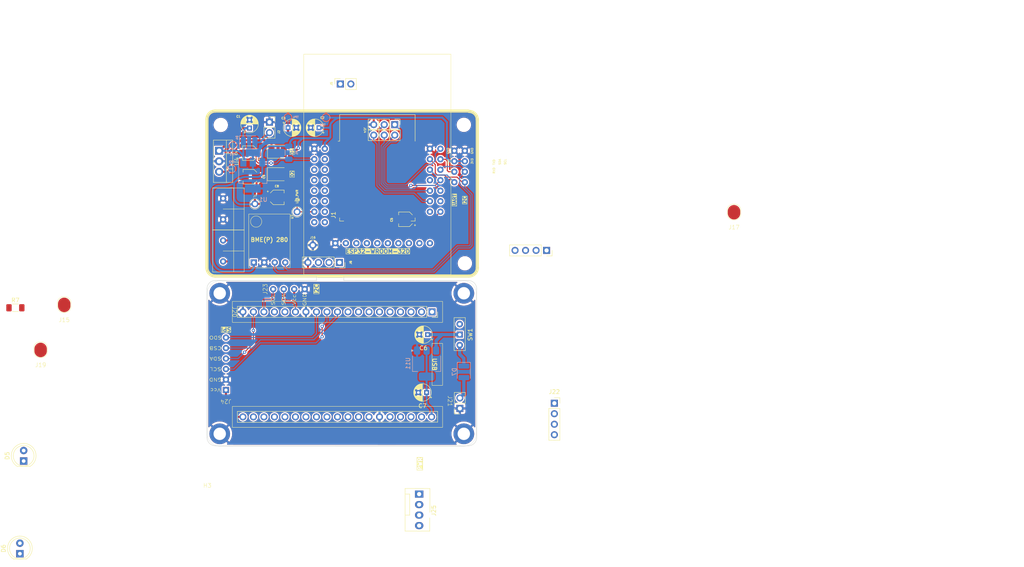
<source format=kicad_pcb>
(kicad_pcb (version 20240108) (generator "pcbnew") (generator_version "8.0")
  (layers (0 "F.Cu" signal) (31 "B.Cu" signal) (34 "B.Paste" user) (35 "F.Paste" user) (36 "B.SilkS" user "B.Silkscreen") (37 "F.SilkS" user "F.Silkscreen") (38 "B.Mask" user) (39 "F.Mask" user) (44 "Edge.Cuts" user))
  (net 0 "")
  (net 1 "GND")
  (net 2 "+3V3")
  (net 3 "+5V")
  (net 4 "/RXD")
  (net 5 "/TXD")
  (net 6 "/SDA")
  (net 7 "/GPIO_33")
  (net 8 "/SCL")
  (net 9 "/OUT3")
  (net 10 "/EN")
  (net 11 "/SOURCE2")
  (net 12 "/SOURCE1")
  (net 13 "/SOURCE3")
  (net 14 "/VDC")
  (net 15 "/DAC1")
  (net 16 "/DAC2")
  (net 17 "/GPIO39")
  (net 18 "/GPIO19")
  (net 19 "/GPIO17")
  (net 20 "/GPIO5")
  (net 21 "/GPIO18")
  (net 22 "/SD_DATA0")
  (net 23 "/ADC2_CH3")
  (net 24 "/SD_DATA3")
  (net 25 "/SD_CMD")
  (net 26 "/SD_CLK")
  (net 27 "/SD_DATA2")
  (net 28 "/SD_DATA1")
  (net 29 "/ADC2_CH0")
  (net 30 "/GPIO23")
  (net 31 "/GPIO36")
  (net 32 "/ADC2_CH2")
  (net 33 "/BOOT")
  (net 34 "/GPIO13")
  (net 35 "/SOURCE4")
  (net 36 "/SOURCE5")
  (net 37 "/SIPO_DATA")
  (net 38 "/SIPO_CLK")
  (net 39 "/SIPO_LATCH")
  (net 40 "/GPIO14")
  (net 41 "/OUT1")
  (net 42 "/VIN")
  (net 43 "Net-(D5-Pad1)")
  (net 44 "Net-(J15-Pin_1)")
  (net 45 "Net-(J19-Pin_1)")
  (net 46 "/OUT2")
  (net 58 "/ESP32-WROOM-32U Node/VIN")
  (net 63 "/ESP32-WROOM-32U Node/VDC")
  (net 74 "/ESP32-WROOM-32U Node/SPI-SDO")
  (net 75 "/ESP32-WROOM-32U Node/TX")
  (net 76 "Net-(D7-A)")
  (net 77 "/ESP32-WROOM-32U Node/SDA-2")
  (net 78 "/ESP32-WROOM-32U Node/SPI-CSB")
  (net 79 "/ESP32-WROOM-32U Node/SPI-SCL")
  (net 80 "/ESP32-WROOM-32U Node/SCL-2")
  (net 81 "/ESP32-WROOM-32U Node/RX")
  (net 82 "/ESP32-WROOM-32U Node/SPI-SDA")
  (net 84 "/ESP32-WROOM-32U Node/12V")
  (footprint "Capacitor_THT:CP_Radial_D4.0mm_P2.00mm" (layer "F.Cu") (at 107 44.2 180)
    (property "Reference" "C2")
    (property "Value" "1uF")
  )
  (footprint "LED_SMD:LED_1210_3225Metric_Pad1.42x2.65mm_HandSolder" (layer "F.Cu") (at 97 55.45)
    (property "Reference" "D2")
    (property "Value" "STATUS")
  )
  (footprint "Alexander Footprint Library:Board_65-40" (layer "F.Cu") (at 80 131.25)
    (property "Reference" "H3")
    (property "Value" "Project_Box_Board_65x40")
    (fp_line (start 0 -13) (end 0 -47) (stroke (width 0.05)) (layer "Edge.Cuts"))
    (fp_line (start 3 -50) (end 62 -50) (stroke (width 0.05)) (layer "Edge.Cuts"))
    (fp_line (start 62 -10) (end 3 -10) (stroke (width 0.05)) (layer "Edge.Cuts"))
    (fp_line (start 65 -47) (end 65 -13) (stroke (width 0.05)) (layer "Edge.Cuts"))
    (fp_arc (start 0 -47) (mid 0.87868 -49.12132) (end 3 -50) (stroke (width 0.05)) (layer "Edge.Cuts"))
    (fp_arc (start 3 -10) (mid 0.87868 -10.87868) (end 0 -13) (stroke (width 0.05)) (layer "Edge.Cuts"))
    (fp_arc (start 62 -50) (mid 64.12132 -49.12132) (end 65 -47) (stroke (width 0.05)) (layer "Edge.Cuts"))
    (fp_arc (start 65 -13) (mid 64.12132 -10.87868) (end 62 -10) (stroke (width 0.05)) (layer "Edge.Cuts"))
  )
  (footprint "Capacitor_SMD:CP_Elec_3x5.3" (layer "F.Cu") (at 90.3 50.35 180)
    (property "Reference" "C4")
    (property "Value" "0.1uF")
  )
  (footprint "Resistor_SMD:R_1206_3216Metric_Pad1.30x1.75mm_HandSolder" (layer "F.Cu") (at 33.612 87.7585)
    (property "Reference" "R7")
    (property "Value" "4K7")
  )
  (footprint "LED_THT:LED_D5.0mm" (layer "F.Cu") (at 34.7 147.25 90)
    (property "Reference" "D6")
    (property "Value" "LED_STATUS")
  )
  (footprint "Connector_PinSocket_2.54mm:PinSocket_1x04_P2.54mm_Vertical" (layer "F.Cu") (at 163.88 110.85)
    (property "Reference" "J22")
    (property "Value" "PWR_SATA_Conn_01x04")
  )
  (footprint "Alexander Footprint Library:Pad_1x01_P2.54_SMD" (layer "F.Cu") (at 39.712 102.098)
    (property "Reference" "J19")
    (property "Value" "LED_PWR")
  )
  (footprint "Alexanddr Footprints Library:ESP32-WROOM-Adapter-Socket-2" (layer "F.Cu") (at 121.1 56.9025)
    (property "Reference" "J1")
    (property "Value" "~")
  )
  (footprint "Alexander Footprint Library:Pad_1x01_P2.54_SMD" (layer "F.Cu") (at 45.412 91.198)
    (property "Reference" "J15")
    (property "Value" "LED_PWR")
  )
  (footprint "MountingHole:MountingHole_3mm" (layer "F.Cu") (at 142 43.5)
    (property "Reference" "H1" (hide yes))
    (property "Value" "MountingHole_Pad")
  )
  (footprint "MountingHole:MountingHole_3mm" (layer "F.Cu") (at 83.25 43.53)
    (property "Reference" "H2" (hide yes))
    (property "Value" "MountingHole_Pad")
  )
  (footprint "Alexander Footprints Library:Conn_Terminal_5mm" (layer "F.Cu") (at 83.82 53.69)
    (property "Reference" "J9" (hide yes))
    (property "Value" "Conn_01x02_Socket")
  )
  (footprint "Alexander Footprint Library:Pad_1x01_P2.54_SMD" (layer "F.Cu") (at 207.3 68.7895)
    (property "Reference" "J17")
    (property "Value" "GND")
  )
  (footprint "Connector:FanPinHeader_1x04_P2.54mm_Vertical" (layer "F.Cu") (at 131.2 132.83 -90)
    (property "Reference" "J25")
    (property "Value" "Conn_01x04_Pin")
  )
  (footprint "Capacitor_SMD:CP_Elec_3x5.3" (layer "F.Cu") (at 90.4 56.05 180)
    (property "Reference" "C9")
    (property "Value" "0.1uF")
  )
  (footprint "Capacitor_THT:CP_Radial_D4.0mm_P2.00mm" (layer "F.Cu") (at 133.25 94.25 180)
    (property "Reference" "C6")
    (property "Value" "1uF")
  )
  (footprint "Alexander Footprint Library:PinSocket_1x01_P2.54" (layer "F.Cu") (at 91.5 65.19)
    (property "Reference" "J7")
    (property "Value" "LED_PWR")
  )
  (footprint "Alexander Footprint Library:Conn_SPI" (layer "F.Cu") (at 84.5 112.74 180)
    (property "Reference" "J24")
    (property "Value" "~")
  )
  (footprint "Connector_PinSocket_2.54mm:PinSocket_1x02_P2.54mm_Vertical" (layer "F.Cu") (at 95.025 42.85)
    (property "Reference" "J2")
    (property "Value" "PWR")
  )
  (footprint "Connector_PinSocket_2.54mm:PinSocket_1x04_P2.54mm_Vertical" (layer "F.Cu") (at 111.94 76.8 -90)
    (property "Reference" "J6")
    (property "Value" "SOURCE")
  )
  (footprint "Connector_PinSocket_2.54mm:PinSocket_1x04_P2.54mm_Vertical" (layer "F.Cu") (at 162 73.875 -90)
    (property "Reference" "J10" (hide yes))
    (property "Value" "ADC")
  )
  (footprint "Capacitor_SMD:CP_Elec_3x5.3" (layer "F.Cu") (at 128 66.35 180)
    (property "Reference" "C5")
    (property "Value" "0.1uF")
  )
  (footprint "Alexander Footprint Library:PinSocket_1x02_P2.54" (layer "F.Cu") (at 142.25 107 180)
    (property "Reference" "J21")
    (property "Value" "PWR")
  )
  (footprint "Capacitor_THT:CP_Radial_D4.0mm_P2.00mm" (layer "F.Cu") (at 99.5 44.2)
    (property "Reference" "C3")
    (property "Value" "1uF")
  )
  (footprint "Alexander Footprint Library:Conn_ESP32_WROOM-DevKit-38pins" (layer "F.Cu") (at 86.06 88.75 -90)
    (property "Reference" "J20")
    (property "Value" "~")
  )
  (footprint "Capacitor_SMD:CP_Elec_3x5.3" (layer "F.Cu") (at 96.8 61.05)
    (property "Reference" "C8")
    (property "Value" "10uF")
  )
  (footprint "Alexander Footprint Library:PinSocket_1x01_P2.54" (layer "F.Cu") (at 101.7 67.12)
    (property "Reference" "J18")
    (property "Value" "LED_PWR")
  )
  (footprint "Alexander Footprint Library:Conn_I2C" (layer "F.Cu") (at 111.16 83.25 -90)
    (property "Reference" "J23")
    (property "Value" "I2C")
  )
  (footprint "Connector_PinSocket_2.54mm:PinSocket_1x02_P2.54mm_Vertical" (layer "F.Cu") (at 112.15 33.625 90)
    (property "Reference" "J5")
    (property "Value" "DAC")
  )
  (footprint "Alexander Footprint Library:CONN_2x3" (layer "F.Cu") (at 130.38 43.45 -90)
    (property "Reference" "J14")
    (property "Value" "GPIO")
  )
  (footprint "Alexander Footprints Library:Conn_UART" (layer "F.Cu") (at 139.7 42.15)
    (property "Reference" "J3" (hide yes))
    (property "Value" "UART")
  )
  (footprint "Alexander Footprint Library:SW_Slide-03_7.3x2.5x2.5_P2.54mm" (layer "F.Cu") (at 141 94.25 -90)
    (property "Reference" "SW1")
    (property "Value" "SW_SPDT")
  )
  (footprint "Alexander Footprint Library:PinSocket_1x01_P2.54" (layer "F.Cu") (at 105.5 75.19)
    (property "Reference" "J16")
    (property "Value" "GND")
  )
  (footprint "Capacitor_THT:CP_Radial_D4.0mm_P2.00mm" (layer "F.Cu") (at 90.2 44.3 90)
    (property "Reference" "C1")
    (property "Value" "1uF")
  )
  (footprint "Alexander Footprint Library:BME280_BMP280_I2C" (layer "F.Cu") (at 90 78.1 90)
    (property "Reference" "U7")
    (property "Value" "BME(P)280")
  )
  (footprint "Capacitor_THT:CP_Radial_D4.0mm_P2.00mm" (layer "F.Cu") (at 133 108.25 180)
    (property "Reference" "C7")
    (property "Value" "1uF")
  )
  (footprint "Alexander Footprint Library:LD1117" (layer "F.Cu") (at 82.855 49.77 -90)
    (property "Reference" "U4")
    (property "Value" "L7805")
  )
  (footprint "Alexander Footprints Library:Conn_I2C" (layer "F.Cu") (at 142.24 42.15)
    (property "Reference" "J4" (hide yes))
    (property "Value" "I2C")
  )
  (footprint "LED_THT:LED_D5.0mm" (layer "F.Cu") (at 35.612 124.8335 90)
    (property "Reference" "D5")
    (property "Value" "LED_PWR")
  )
  (footprint "LED_SMD:LED_1210_3225Metric_Pad1.42x2.65mm_HandSolder" (layer "F.Cu") (at 97 50)
    (property "Reference" "D1")
    (property "Value" "PWR")
  )
  (footprint "MountingHole:MountingHole_3mm" (layer "F.Cu") (at 142.25 77)
    (property "Reference" "H4" (hide yes))
    (property "Value" "MountingHole_Pad")
  )
  (footprint "Alexander Footprints Library:Conn_Terminal_5mm" (layer "F.Cu") (at 83.82 63.85)
    (property "Reference" "J8" (hide yes))
    (property "Value" "Conn_01x02_Socket")
  )
  (footprint "TestPoint:TestPoint_Pad_D1.5mm" (layer "B.Cu") (at 99.5 41.75 180)
    (property "Reference" "TP4")
    (property "Value" "5V")
  )
  (footprint "TestPoint:TestPoint_Pad_D1.5mm" (layer "B.Cu") (at 108.7 41.75 180)
    (property "Reference" "TP3")
    (property "Value" "3V3")
  )
  (footprint "Diode_SMD:D_1210_3225Metric" (layer "B.Cu") (at 142 103.25 -90)
    (property "Reference" "D7")
    (property "Value" "D")
  )
  (footprint "Resistor_SMD:R_1206_3216Metric_Pad1.30x1.75mm_HandSolder" (layer "B.Cu") (at 99.7 50.25 -90)
    (property "Reference" "R1")
    (property "Value" "10K")
  )
  (footprint "Diode_SMD:D_1210_3225Metric" (layer "B.Cu") (at 90.1 47.75)
    (property "Reference" "D4")
    (property "Value" "D")
  )
  (footprint "TestPoint:TestPoint_Pad_D1.5mm" (layer "B.Cu") (at 86.2 48.45 180)
    (property "Reference" "TP1")
    (property "Value" "VIN")
  )
  (footprint "TestPoint:TestPoint_Pad_D1.5mm" (layer "B.Cu") (at 85.9 54.15 180)
    (property "Reference" "TP2")
    (property "Value" "GND")
  )
  (footprint "Package_TO_SOT_SMD:SOT-223-3_TabPin2" (layer "B.Cu") (at 91 55.75 -90)
    (property "Reference" "U1")
    (property "Value" "AMS1117-3V3")
  )
  (footprint "Package_TO_SOT_SMD:SOT-223-3_TabPin2" (layer "B.Cu") (at 133 101.25 -90)
    (property "Reference" "U11")
    (property "Value" "AMS1117-5.0")
  )
  (gr_line (start 145.25 42.11421) (end 145.25 78.085782) (stroke (width 0.75)) (layer "F.SilkS"))
  (gr_line (start 81.914218 40.164218) (end 143.08579 40.164218) (stroke (width 0.75)) (layer "F.SilkS"))
  (gr_arc (start 145.25 78.085782) (mid 144.66422 79.500007) (end 143.25 80.085782) (stroke (width 0.75)) (layer "F.SilkS"))
  (gr_line (start 79.914218 42.11421) (end 79.914218 78.085782) (stroke (width 0.75)) (layer "F.SilkS"))
  (gr_arc (start 81.914218 80.085782) (mid 80.499999 79.500001) (end 79.914218 78.085782) (stroke (width 0.75)) (layer "F.SilkS"))
  (gr_arc (start 143.25 40.25) (mid 144.664214 40.835786) (end 145.25 42.25) (stroke (width 0.75)) (layer "F.SilkS"))
  (gr_arc (start 79.914218 42.164218) (mid 80.499999 40.749999) (end 81.914218 40.164218) (stroke (width 0.75)) (layer "F.SilkS"))
  (gr_line (start 81.914214 80.085782) (end 143.085786 80.085782) (stroke (width 0.75)) (layer "F.SilkS"))
  (gr_line (start 82.014214 80.235786) (end 106.4 80.25) (stroke (width 0.1)) (layer "Edge.Cuts"))
  (gr_line (start 80 42.25) (end 80.014214 78.235786) (stroke (width 0.1)) (layer "Edge.Cuts"))
  (gr_arc (start 79.921321 83.157107) (mid 80.507106 81.742896) (end 81.921321 81.157107) (stroke (width 0.1)) (layer "Edge.Cuts"))
  (gr_line (start 81.921321 121.128679) (end 143.107107 121.142893) (stroke (width 0.1)) (layer "Edge.Cuts"))
  (gr_arc (start 81.921321 121.128679) (mid 80.507101 120.542899) (end 79.921321 119.128679) (stroke (width 0.1)) (layer "Edge.Cuts"))
  (gr_line (start 143.092893 81.157107) (end 113 81.15) (stroke (width 0.1)) (layer "Edge.Cuts"))
  (gr_arc (start 145.107107 119.142893) (mid 144.521321 120.557107) (end 143.107107 121.142893) (stroke (width 0.1)) (layer "Edge.Cuts"))
  (gr_line (start 106.4 81.15) (end 81.921321 81.157107) (stroke (width 0.1)) (layer "Edge.Cuts"))
  (gr_arc (start 143.185786 40.264214) (mid 144.600004 40.849996) (end 145.185786 42.264214) (stroke (width 0.1)) (layer "Edge.Cuts"))
  (gr_line (start 113 80.25) (end 143.185786 80.235786) (stroke (width 0.1)) (layer "Edge.Cuts"))
  (gr_arc (start 82.014214 80.235786) (mid 80.599996 79.650004) (end 80.014214 78.235786) (stroke (width 0.1)) (layer "Edge.Cuts"))
  (gr_line (start 145.185786 42.264214) (end 145.185786 78.235786) (stroke (width 0.1)) (layer "Edge.Cuts"))
  (gr_arc (start 80 42.25) (mid 80.585786 40.835786) (end 82 40.25) (stroke (width 0.1)) (layer "Edge.Cuts"))
  (gr_line (start 145.107107 119.142893) (end 145.092893 83.157107) (stroke (width 0.1)) (layer "Edge.Cuts"))
  (gr_line (start 79.921321 119.128679) (end 79.921321 83.157107) (stroke (width 0.1)) (layer "Edge.Cuts"))
  (gr_line (start 106.4 81.15) (end 106.4 80.25) (stroke (width 0.1)) (layer "Edge.Cuts"))
  (gr_arc (start 145.185786 78.235786) (mid 144.600004 79.650004) (end 143.185786 80.235786) (stroke (width 0.1)) (layer "Edge.Cuts"))
  (gr_arc (start 143.092893 81.157107) (mid 144.507112 81.742888) (end 145.092893 83.157107) (stroke (width 0.1)) (layer "Edge.Cuts"))
  (gr_line (start 113 81.15) (end 113 80.25) (stroke (width 0.1)) (layer "Edge.Cuts"))
  (gr_line (start 143.185786 40.264214) (end 82 40.25) (stroke (width 0.1)) (layer "Edge.Cuts"))
  (gr_text "PWR" (at 132 127.25 90) (layer "F.SilkS" knockout) (effects (font (size 1 1) (thickness 0.25) (bold yes)) (justify left bottom)))
  (segment (start 84.21 66) (end 83.82 66.39) (width 0.5) (layer "F.Cu") (net 1))
  (segment (start 95.5 54.8625) (end 95.5125 54.85) (width 0.25) (layer "F.Cu") (net 1))
  (segment (start 95.5 55.4625) (end 95.5125 55.45) (width 0.25) (layer "F.Cu") (net 1))
  (segment (start 91.5 59.65) (end 91.9 59.25) (width 0.5) (layer "F.Cu") (net 2))
  (segment (start 101.15 50) (end 102 49.15) (width 0.5) (layer "F.Cu") (net 2))
  (segment (start 84.5 107.66) (end 84.5 112.25) (width 0.5) (layer "F.Cu") (net 2))
  (segment (start 87.75 85.75) (end 100 85.75) (width 0.5) (layer "F.Cu") (net 2))
  (segment (start 94.63 62.62) (end 91.5 62.62) (width 0.5) (layer "F.Cu") (net 2))
  (segment (start 101 84.75) (end 101 83.25) (width 0.5) (layer "F.Cu") (net 2))
  (segment (start 88.6 114.15) (end 86.4 114.15) (width 0.5) (layer "F.Cu") (net 2))
  (segment (start 84.5 112.25) (end 85.25 113) (width 0.5) (layer "F.Cu") (net 2))
  (segment (start 91.9 59.25) (end 91.9 56.05) (width 0.5) (layer "F.Cu") (net 2))
  (segment (start 98.4875 50) (end 101.15 50) (width 0.5) (layer "F.Cu") (net 2))
  (segment (start 95.3 61.05) (end 95.3 61.95) (width 0.5) (layer "F.Cu") (net 2))
  (segment (start 95.3 61.95) (end 94.63 62.62) (width 0.5) (layer "F.Cu") (net 2))
  (segment (start 82.25 110) (end 82.25 91.25) (width 0.5) (layer "F.Cu") (net 2))
  (segment (start 91.5 62.62) (end 91.5 59.65) (width 0.5) (layer "F.Cu") (net 2))
  (segment (start 82.25 91.25) (end 87.75 85.75) (width 0.5) (layer "F.Cu") (net 2))
  (segment (start 86.4 114.15) (end 85.25 113) (width 0.5) (layer "F.Cu") (net 2))
  (segment (start 100 85.75) (end 101 84.75) (width 0.5) (layer "F.Cu") (net 2))
  (segment (start 85.25 113) (end 82.25 110) (width 0.5) (layer "F.Cu") (net 2))
  (via (at 102 49.15) (size 0.8) (drill 0.4) (layers "F.Cu" "B.Cu") (net 2))
  (segment (start 96.075 48.7) (end 97.525 48.7) (width 0.5) (layer "B.Cu") (net 2))
  (segment (start 108.4 49.2825) (end 108.4 47.85) (width 0.5) (layer "B.Cu") (net 2))
  (segment (start 109.408578 44.2) (end 107 44.2) (width 0.5) (layer "B.Cu") (net 2))
  (segment (start 109.5 46.75) (end 109.75 46.5) (width 0.5) (layer "B.Cu") (net 2))
  (segment (start 81.3 75.997918) (end 81.3 59.75104) (width 0.5) (layer "B.Cu") (net 2))
  (segment (start 93.3 54.905025) (end 93.3 52.6) (width 0.5) (layer "B.Cu") (net 2))
  (segment (start 100 48.7) (end 100 48.03033) (width 0.5) (layer "B.Cu") (net 2))
  (segment (start 137.9 51.55) (end 138.66 52.31) (width 0.5) (layer "B.Cu") (net 2))
  (segment (start 84.202081 78.9) (end 89.990883 78.9) (width 0.5) (layer "B.Cu") (net 2))
  (segment (start 109.75 45) (end 109.75 44.141421) (width 0.5) (layer "B.Cu") (net 2))
  (segment (start 103 46.75) (end 101.28033 46.75) (width 0.5) (layer "B.Cu") (net 2))
  (segment (start 109.75 43.858578) (end 109.75 44.141421) (width 0.5) (layer "B.Cu") (net 2))
  (segment (start 138.66 52.31) (end 139.7 52.31) (width 0.5) (layer "B.Cu") (net 2))
  (segment (start 139.7 52.31) (end 142.24 52.31) (width 0.5) (layer "B.Cu") (net 2))
  (segment (start 129.1 41.75) (end 136.8 41.75) (width 0.5) (layer "B.Cu") (net 2))
  (segment (start 112.31066 41.75) (end 129.1 41.75) (width 0.5) (layer "B.Cu") (net 2))
  (segment (start 88.207106 62.75) (end 91.5 62.75) (width 0.5) (layer "B.Cu") (net 2))
  (segment (start 86.5 61.042893) (end 86.5 57.5) (width 0.5) (layer "B.Cu") (net 2))
  (segment (start 103 46.75) (end 109.5 46.75) (width 0.5) (layer "B.Cu") (net 2))
  (segment (start 137.9 42.85) (end 137.9 51.55) (width 0.5) (layer "B.Cu") (net 2))
  (segment (start 91.22 77.670883) (end 91.22 76.8) (width 0.5) (layer "B.Cu") (net 2))
  (segment (start 89.455634 56.1) (end 92.105025 56.1) (width 0.5) (layer "B.Cu") (net 2))
  (segment (start 96.075 48.7) (end 95.177817 48.7) (width 0.5) (layer "B.Cu") (net 2))
  (segment (start 136.8 41.75) (end 137.9 42.85) (width 0.5) (layer "B.Cu") (net 2))
  (segment (start 108.4 47.85) (end 109.75 46.5) (width 0.5) (layer "B.Cu") (net 2))
  (segment (start 109.75 46.5) (end 109.75 45) (width 0.5) (layer "B.Cu") (net 2))
  (segment (start 110.015165 42.984834) (end 110.5 42.5) (width 0.5) (layer "B.Cu") (net 2))
  (segment (start 102 47.75) (end 103 46.75) (width 0.5) (layer "B.Cu") (net 2))
  (segment (start 109.75 43.858578) (end 109.75 43.625) (width 0.5) (layer "B.Cu") (net 2))
  (segment (start 93.3 52.6) (end 93.3 50.577817) (width 0.5) (layer "B.Cu") (net 2))
  (segment (start 82.75104 58.3) (end 84.144365 58.3) (width 0.5) (layer "B.Cu") (net 2))
  (segment (start 102 49.15) (end 102 47.75) (width 0.5) (layer "B.Cu") (net 2))
  (segment (start 129.3 41.75) (end 129.1 41.75) (width 0.5) (layer "B.Cu") (net 2))
  (segment (start 108.7 41.75) (end 112.31066 41.75) (width 0.5) (layer "B.Cu") (net 2))
  (segment (start 100 48.7) (end 97.525 48.7) (width 0.5) (layer "B.Cu") (net 2))
  (arc (start 93.3 54.905025) (mid 93.209037 55.362322) (end 92.95 55.75) (width 0.5) (layer "B.Cu") (net 2))
  (arc (start 86.8 57.2) (mid 85.581584 58.014119) (end 84.144365 58.3) (width 0.5) (layer "B.Cu") (net 2))
  (arc (start 89.455634 56.1) (mid 88.018415 56.38588) (end 86.8 57.2) (width 0.5) (layer "B.Cu") (net 2))
  (arc (start 86.5 61.042893) (mid 86.629945 61.696174) (end 87 62.25) (width 0.5) (layer "B.Cu") (net 2))
  (arc (start 82.75104 58.3) (mid 82.195751 58.410453) (end 81.725 58.725) (width 0.5) (layer "B.Cu") (net 2))
  (arc (start 92.95 55.75) (mid 92.562322 56.009037) (end 92.105025 56.1) (width 0.5) (layer "B.Cu") (net 2))
  (arc (start 109.75 43.625) (mid 109.818914 43.278544) (end 110.015165 42.984834) (width 0.5) (layer "B.Cu") (net 2))
  (arc (start 95.177817 48.7) (mid 94.459207 48.84294) (end 93.85 49.25) (width 0.5) (layer "B.Cu") (net 2))
  (arc (start 82.15 78.05) (mid 83.091502 78.679092) (end 84.202081 78.9) (width 0.5) (layer "B.Cu") (net 2))
  (arc (start 109.75 44.141421) (mid 109.713838 44.087301) (end 109.65 44.1) (width 0.5) (layer "B.Cu") (net 2))
  (arc (start 93.85 49.25) (mid 93.44294 49.859207) (end 93.3 50.577817) (width 0.5) (layer "B.Cu") (net 2))
  (arc (start 90.86 78.54) (mid 90.461245 78.806439) (end 89.990883 78.9) (width 0.5) (layer "B.Cu") (net 2))
  (arc (start 109.65 44.1) (mid 109.539234 44.17401) (end 109.408578 44.2) (width 0.5) (layer "B.Cu") (net 2))
  (arc (start 87 62.25) (mid 87.553825 62.620054) (end 88.207106 62.75) (width 0.5) (layer "B.Cu") (net 2))
  (arc (start 81.725 58.725) (mid 81.410453 59.195751) (end 81.3 59.75104) (width 0.5) (layer "B.Cu") (net 2))
  (arc (start 101.28033 46.75) (mid 100.790368 46.847459) (end 100.375 47.125) (width 0.5) (layer "B.Cu") (net 2))
  (arc (start 91.22 77.670883) (mid 91.126439 78.141245) (end 90.86 78.54) (width 0.5) (layer "B.Cu") (net 2))
  (arc (start 110.5 42.5) (mid 111.330737 41.944918) (end 112.31066 41.75) (width 0.5) (layer "B.Cu") (net 2))
  (arc (start 109.65 44.1) (mid 109.72401 43.989234) (end 109.75 43.858578) (width 0.5) (layer "B.Cu") (net 2))
  (arc (start 100.375 47.125) (mid 100.097459 47.540368) (end 100 48.03033) (width 0.5) (layer "B.Cu") (net 2))
  (arc (start 81.3 75.997918) (mid 81.520907 77.108496) (end 82.15 78.05) (width 0.5) (layer "B.Cu") (net 2))
  (segment (start 99.5 45.693413) (end 99.5 44.2) (width 0.5) (layer "F.Cu") (net 3))
  (segment (start 98.6375 46.9625) (end 99.2125 46.3875) (width 0.5) (layer "F.Cu") (net 3))
  (segment (start 88.1 47.25) (end 97.943413 47.25) (width 0.5) (layer "F.Cu") (net 3))
  (segment (start 84.9 54.85) (end 85.4 54.35) (width 0.5) (layer "F.Cu") (net 3))
  (segment (start 85.4 54.35) (end 85.4 49.95) (width 0.5) (layer "F.Cu") (net 3))
  (segment (start 82.855 54.85) (end 84.9 54.85) (width 0.5) (layer "F.Cu") (net 3))
  (segment (start 85.4 49.95) (end 88.1 47.25) (width 0.5) (layer "F.Cu") (net 3))
  (arc (start 97.943413 47.25) (mid 98.31905 47.175281) (end 98.6375 46.9625) (width 0.5) (layer "F.Cu") (net 3))
  (arc (start 99.5 45.693413) (mid 99.425281 46.06905) (end 99.2125 46.3875) (width 0.5) (layer "F.Cu") (net 3))
  (segment (start 133 98.1) (end 133 104.4) (width 0.5) (layer "B.Cu") (net 3))
  (segment (start 133 108.25) (end 133 104.4) (width 0.5) (layer "B.Cu") (net 3))
  (segment (start 133 111) (end 133 108.25) (width 0.5) (layer "B.Cu") (net 3))
  (segment (start 134.21 114.15) (end 134.21 112.21) (width 0.5) (layer "B.Cu") (net 3))
  (segment (start 134.21 112.21) (end 133 111) (width 0.5) (layer "B.Cu") (net 3))
  (segment (start 99.5 42.25) (end 99.5 44.2) (width 0.25) (layer "B.Cu") (net 3))
  (segment (start 139.7 57.35) (end 139.7 57.39) (width 0.25) (layer "F.Cu") (net 4))
  (segment (start 140.3 57.45) (end 139.3 57.45) (width 0.25) (layer "F.Cu") (net 4))
  (segment (start 139.04 57.39) (end 139.7 57.39) (width 0.25) (layer "F.Cu") (net 4))
  (segment (start 137.96 55.65) (end 139.7 57.39) (width 0.25) (layer "B.Cu") (net 4))
  (segment (start 133.8 54.3625) (end 135.0875 55.65) (width 0.25) (layer "B.Cu") (net 4))
  (segment (start 135.0875 55.65) (end 137.96 55.65) (width 0.25) (layer "B.Cu") (net 4))
  (segment (start 138 52.25) (end 137.5725 51.8225) (width 0.25) (layer "F.Cu") (net 5))
  (segment (start 139.7 54.85) (end 138.3 54.85) (width 0.25) (layer "F.Cu") (net 5))
  (segment (start 137.5725 51.8225) (end 136.34 51.8225) (width 0.25) (layer "F.Cu") (net 5))
  (segment (start 138 54.55) (end 138 52.25) (width 0.25) (layer "F.Cu") (net 5))
  (segment (start 138.3 54.85) (end 138 54.55) (width 0.25) (layer "F.Cu") (net 5))
  (segment (start 139.7 54.85) (end 139.5 54.85) (width 0.25) (layer "F.Cu") (net 5))
  (segment (start 142.24 54.85) (end 142.24 55.51) (width 0.25) (layer "F.Cu") (net 6))
  (segment (start 98.84 76.8) (end 98.84 78.09) (width 0.25) (layer "B.Cu") (net 6))
  (segment (start 141 57.95) (end 141 56.09) (width 0.25) (layer "B.Cu") (net 6))
  (segment (start 140.990501 53.600501) (end 142.24 54.85) (width 0.25) (layer "B.Cu") (net 6))
  (segment (start 136.34 54.3625) (end 137.101999 53.600501) (width 0.25) (layer "B.Cu") (net 6))
  (segment (start 143.281802 72.781802) (end 143.55 72.513604) (width 0.25) (layer "B.Cu") (net 6))
  (segment (start 99.4 78.65) (end 130.7 78.65) (width 0.25) (layer "B.Cu") (net 6))
  (segment (start 130.7 78.65) (end 134.55 78.65) (width 0.25) (layer "B.Cu") (net 6))
  (segment (start 143.55 72.513604) (end 143.55 60.5) (width 0.25) (layer "B.Cu") (net 6))
  (segment (start 143.55 60.5) (end 141 57.95) (width 0.25) (layer "B.Cu") (net 6))
  (segment (start 140.418198 72.781802) (end 143.281802 72.781802) (width 0.25) (layer "B.Cu") (net 6))
  (segment (start 98.84 78.09) (end 99.4 78.65) (width 0.25) (layer "B.Cu") (net 6))
  (segment (start 141 56.09) (end 142.24 54.85) (width 0.25) (layer "B.Cu") (net 6))
  (segment (start 137.101999 53.600501) (end 140.990501 53.600501) (width 0.25) (layer "B.Cu") (net 6))
  (segment (start 134.55 78.65) (end 140.418198 72.781802) (width 0.25) (layer "B.Cu") (net 6))
  (segment (start 135.1 55.15) (end 135.6 55.65) (width 0.25) (layer "F.Cu") (net 8))
  (segment (start 133.8 51.8225) (end 135.1 53.1225) (width 0.25) (layer "F.Cu") (net 8))
  (segment (start 141.603604 57.39) (end 142.24 57.39) (width 0.25) (layer "F.Cu") (net 8))
  (segment (start 137.3 55.65) (end 137.8 56.15) (width 0.25) (layer "F.Cu") (net 8))
  (segment (start 135.1 53.1225) (end 135.1 55.15) (width 0.25) (layer "F.Cu") (net 8))
  (segment (start 135.6 55.65) (end 137.3 55.65) (width 0.25) (layer "F.Cu") (net 8))
  (segment (start 140.363604 56.15) (end 141.603604 57.39) (width 0.25) (layer "F.Cu") (net 8))
  (segment (start 137.8 56.15) (end 140.363604 56.15) (width 0.25) (layer "F.Cu") (net 8))
  (segment (start 142.24 58.553604) (end 142.24 57.39) (width 0.25) (layer "B.Cu") (net 8))
  (segment (start 144 72.7) (end 144 60.313604) (width 0.25) (layer "B.Cu") (net 8))
  (segment (start 134.8 79.1) (end 140.6 73.3) (width 0.25) (layer "B.Cu") (net 8))
  (segment (start 140.6 73.3) (end 143.4 73.3) (width 0.25) (layer "B.Cu") (net 8))
  (segment (start 96.3 76.8) (end 96.3 78.45) (width 0.25) (layer "B.Cu") (net 8))
  (segment (start 143.4 73.3) (end 144 72.7) (width 0.25) (layer "B.Cu") (net 8))
  (segment (start 96.3 78.45) (end 96.95 79.1) (width 0.25) (layer "B.Cu") (net 8))
  (segment (start 144 60.313604) (end 142.24 58.553604) (width 0.25) (layer "B.Cu") (net 8))
  (segment (start 96.95 79.1) (end 134.8 79.1) (width 0.25) (layer "B.Cu") (net 8))
  (segment (start 92.3 52.75) (end 91.8 52.25) (width 0.25) (layer "F.Cu") (net 10))
  (segment (start 91.8 52.25) (end 91.8 50.35) (width 0.25) (layer "F.Cu") (net 10))
  (segment (start 95.4 52.75) (end 92.3 52.75) (width 0.25) (layer "F.Cu") (net 10))
  (via (at 95.4 52.75) (size 0.8) (drill 0.4) (layers "F.Cu" "B.Cu") (net 10))
  (segment (start 95.4 52.75) (end 96.7 52.75) (width 0.25) (layer "B.Cu") (net 10))
  (segment (start 101.4 51.8) (end 101.45 51.8) (width 0.25) (layer "B.Cu") (net 10))
  (segment (start 105.86 51.8225) (end 101.4225 51.8225) (width 0.25) (layer "B.Cu") (net 10))
  (segment (start 99.7 51.8) (end 101.4 51.8) (width 0.25) (layer "B.Cu") (net 10))
  (segment (start 97.65 51.8) (end 99.7 51.8) (width 0.25) (layer "B.Cu") (net 10))
  (segment (start 101.4225 51.8225) (end 101.4 51.8) (width 0.25) (layer "B.Cu") (net 10))
  (segment (start 96.7 52.75) (end 97.65 51.8) (width 0.25) (layer "B.Cu") (net 10))
  (segment (start 86.37 71.47) (end 88 73.1) (width 0.5) (layer "F.Cu") (net 11))
  (segment (start 88 73.1) (end 99 73.1) (width 0.5) (layer "F.Cu") (net 11))
  (segment (start 83.82 71.47) (end 86.37 71.47) (width 0.5) (layer "F.Cu") (net 11))
  (segment (start 86.275 76.55) (end 88.075 74.75) (width 0.5) (layer "F.Cu") (net 12))
  (segment (start 83.82 76.55) (end 86.275 76.55) (width 0.5) (layer "F.Cu") (net 12))
  (segment (start 88.075 74.75) (end 99.75 74.75) (width 0.5) (layer "F.Cu") (net 12))
  (segment (start 95.025 45.425) (end 92.7 47.75) (width 0.5) (layer "B.Cu") (net 14))
  (segment (start 92.7 47.75) (end 91.5 47.75) (width 0.5) (layer "B.Cu") (net 14))
  (segment (start 95.025 45.39) (end 95.025 45.425) (width 0.5) (layer "B.Cu") (net 14))
  (segment (start 135.0925 58.15) (end 136.34 56.9025) (width 0.25) (layer "F.Cu") (net 18))
  (segment (start 129.2 58.15) (end 135.0925 58.15) (width 0.25) (layer "F.Cu") (net 18))
  (via (at 129.2 58.15) (size 0.8) (drill 0.4) (layers "F.Cu" "B.Cu") (net 18))
  (segment (start 122.45 57.563604) (end 122.45 48.84) (width 0.25) (layer "B.Cu") (net 18))
  (segment (start 123.428896 58.5425) (end 122.45 57.563604) (width 0.25) (layer "B.Cu") (net 18))
  (segment (start 128.8075 58.5425) (end 123.428896 58.5425) (width 0.25) (layer "B.Cu") (net 18))
  (segment (start 129.2 58.15) (end 128.8075 58.5425) (width 0.25) (layer "B.Cu") (net 18))
  (segment (start 122.45 48.84) (end 125.3 45.99) (width 0.25) (layer "B.Cu") (net 18))
  (segment (start 131.9825 61.9825) (end 130 60) (width 0.25) (layer "B.Cu") (net 19))
  (segment (start 133.8 61.9825) (end 131.9825 61.9825) (width 0.25) (layer "B.Cu") (net 19))
  (segment (start 120.22 47.37) (end 120.22 45.99) (width 0.25) (layer "B.Cu") (net 19))
  (segment (start 130 60) (end 122.75 60) (width 0.25) (layer "B.Cu") (net 19))
  (segment (start 121 58.25) (end 121 48.15) (width 0.25) (layer "B.Cu") (net 19))
  (segment (start 121 48.15) (end 120.22 47.37) (width 0.25) (layer "B.Cu") (net 19))
  (segment (start 122.75 60) (end 121 58.25) (width 0.25) (layer "B.Cu") (net 19))
  (segment (start 122 48.55) (end 122 57.75) (width 0.25) (layer "B.Cu") (net 20))
  (segment (start 123.2425 58.9925) (end 130.0075 58.9925) (width 0.25) (layer "B.Cu") (net 20))
  (segment (start 135.0475 58.15) (end 136.34 59.4425) (width 0.25) (layer "B.Cu") (net 20))
  (segment (start 130.85 58.15) (end 135.0475 58.15) (width 0.25) (layer "B.Cu") (net 20))
  (segment (start 130.0075 58.9925) (end 130.85 58.15) (width 0.25) (layer "B.Cu") (net 20))
  (segment (start 122 57.75) (end 123.2425 58.9925) (width 0.25) (layer "B.Cu") (net 20))
  (segment (start 122.76 45.99) (end 122.76 47.79) (width 0.25) (layer "B.Cu") (net 20))
  (segment (start 122.76 47.79) (end 122 48.55) (width 0.25) (layer "B.Cu") (net 20))
  (segment (start 122.9425 59.4425) (end 121.5 58) (width 0.25) (layer "B.Cu") (net 21))
  (segment (start 121.5 58) (end 121.5 44.71) (width 0.25) (layer "B.Cu") (net 21))
  (segment (start 133.8 59.4425) (end 122.9425 59.4425) (width 0.25) (layer "B.Cu") (net 21))
  (segment (start 121.5 44.71) (end 122.76 43.45) (width 0.25) (layer "B.Cu") (net 21))
  (segment (start 126.7 44.85) (end 126.7 46.55) (width 0.25) (layer "B.Cu") (net 30))
  (segment (start 126.7 46.55) (end 125.6 47.65) (width 0.25) (layer "B.Cu") (net 30))
  (segment (start 135.1 50.5225) (end 136.34 49.2825) (width 0.25) (layer "B.Cu") (net 30))
  (segment (start 125.3 43.45) (end 126.7 44.85) (width 0.25) (layer "B.Cu") (net 30))
  (segment (start 123.572792 58.05) (end 128 58.05) (width 0.25) (layer "B.Cu") (net 30))
  (segment (start 134.1 53.15) (end 135.1 52.15) (width 0.25) (layer "B.Cu") (net 30))
  (segment (start 122.9 57.377208) (end 123.572792 58.05) (width 0.25) (layer "B.Cu") (net 30))
  (segment (start 124.276396 47.65) (end 122.9 49.026396) (width 0.25) (layer "B.Cu") (net 30))
  (segment (start 128 58.05) (end 132.9 53.15) (width 0.25) (layer "B.Cu") (net 30))
  (segment (start 125.6 47.65) (end 124.276396 47.65) (width 0.25) (layer "B.Cu") (net 30))
  (segment (start 135.1 52.15) (end 135.1 50.5225) (width 0.25) (layer "B.Cu") (net 30))
  (segment (start 132.9 53.15) (end 134.1 53.15) (width 0.25) (layer "B.Cu") (net 30))
  (segment (start 122.9 49.026396) (end 122.9 57.377208) (width 0.25) (layer "B.Cu") (net 30))
  (segment (start 129.5 66.35) (end 134.5125 66.35) (width 0.25) (layer "F.Cu") (net 33))
  (segment (start 134.5125 66.35) (end 136.34 64.5225) (width 0.25) (layer "F.Cu") (net 33))
  (segment (start 101.7 56.05) (end 101.1 55.45) (width 0.25) (layer "F.Cu") (net 40))
  (segment (start 101.7 64.55) (end 105.8325 64.55) (width 0.25) (layer "F.Cu") (net 40))
  (segment (start 105.8325 64.55) (end 105.86 64.5225) (width 0.25) (layer "F.Cu") (net 40))
  (segment (start 101.1 55.45) (end 98.4875 55.45) (width 0.25) (layer "F.Cu") (net 40))
  (segment (start 101.7 64.55) (end 101.7 56.05) (width 0.25) (layer "F.Cu") (net 40))
  (segment (start 82.98 49.77) (end 82.855 49.77) (width 0.5) (layer "F.Cu") (net 42))
  (segment (start 90.2 44.3) (end 88.45 44.3) (width 0.5) (layer "F.Cu") (net 42))
  (segment (start 88.45 44.3) (end 82.98 49.77) (width 0.5) (layer "F.Cu") (net 42))
  (segment (start 88.7 50.546446) (end 88.7 51.253553) (width 0.5) (layer "B.Cu") (net 42))
  (segment (start 88.7 45.153553) (end 88.7 47.4) (width 0.5) (layer "B.Cu") (net 42))
  (segment (start 86.2 49.11) (end 86.2 48.45) (width 0.25) (layer "B.Cu") (net 42))
  (segment (start 88.45 50.65) (end 88.2 50.4) (width 0.5) (layer "B.Cu") (net 42))
  (segment (start 88.7 50.546446) (end 88.7 47.4) (width 0.5) (layer "B.Cu") (net 42))
  (segment (start 88.45 50.65) (end 88.054368 50.254368) (width 0.5) (layer "B.Cu") (net 42))
  (segment (start 89.553553 44.3) (end 90.2 44.3) (width 0.5) (layer "B.Cu") (net 42))
  (segment (start 88.7 51.253553) (end 88.7 52.6) (width 0.5) (layer "B.Cu") (net 42))
  (segment (start 86.86 49.77) (end 85.54 49.77) (width 0.5) (layer "B.Cu") (net 42))
  (segment (start 86.885 49.77) (end 86.86 49.77) (width 0.5) (layer "B.Cu") (net 42))
  (segment (start 85.54 49.77) (end 82.855 49.77) (width 0.5) (layer "B.Cu") (net 42))
  (arc (start 89.553553 44.3) (mid 89.226912 44.364972) (end 88.95 44.55) (width 0.5) (layer "B.Cu") (net 42))
  (arc (start 86.2 49.11) (mid 86.393309 49.57669) (end 86.86 49.77) (width 0.25) (layer "B.Cu") (net 42))
  (arc (start 88.7 51.253553) (mid 88.635027 50.926912) (end 88.45 50.65) (width 0.5) (layer "B.Cu") (net 42))
  (arc (start 88.45 50.65) (mid 88.45 50.65) (end 88.45 50.65) (width 0.5) (layer "B.Cu") (net 42))
  (arc (start 88.45 50.65) (mid 88.609596 50.681745) (end 88.7 50.546446) (width 0.5) (layer "B.Cu") (net 42))
  (arc (start 88.054368 50.254368) (mid 87.517857 49.895883) (end 86.885 49.77) (width 0.5) (layer "B.Cu") (net 42))
  (arc (start 88.95 44.55) (mid 88.764972 44.826912) (end 88.7 45.153553) (width 0.5) (layer "B.Cu") (net 42))
  (segment (start 141 94.25) (end 136.75 94.25) (width 0.8) (layer "B.Cu") (net 58))
  (segment (start 136.75 94.25) (end 133.25 94.25) (width 0.8) (layer "B.Cu") (net 58))
  (segment (start 135.3 98.1) (end 135.3 95.7) (width 0.8) (layer "B.Cu") (net 58))
  (segment (start 135.3 95.7) (end 136.75 94.25) (width 0.8) (layer "B.Cu") (net 58))
  (segment (start 141 99) (end 142 100) (width 0.8) (layer "B.Cu") (net 63))
  (segment (start 142 100) (end 142 101.85) (width 0.8) (layer "B.Cu") (net 63))
  (segment (start 141 96.79) (end 141 99) (width 0.8) (layer "B.Cu") (net 63))
  (segment (start 105.415 94.96) (end 106.38 93.995) (width 0.25) (layer "B.Cu") (net 74))
  (segment (start 106.38 93.995) (end 106.38 88.75) (width 0.25) (layer "B.Cu") (net 74))
  (segment (start 84.5 94.96) (end 105.415 94.96) (width 0.25) (layer "B.Cu") (net 74))
  (segment (start 141.04 109.57) (end 142 108.61) (width 0.8) (layer "B.Cu") (net 76))
  (segment (start 142 108.61) (end 142 104.65) (width 0.8) (layer "B.Cu") (net 76))
  (segment (start 101.3 86.8) (end 100.75 86.25) (width 0.25) (layer "B.Cu") (net 77))
  (segment (start 99 86.25) (end 98.46 85.71) (width 0.25) (layer "B.Cu") (net 77))
  (segment (start 98.46 85.71) (end 98.46 83.25) (width 0.25) (layer "B.Cu") (net 77))
  (segment (start 100.75 86.25) (end 99 86.25) (width 0.25) (layer "B.Cu") (net 77))
  (segment (start 101.3 88.75) (end 101.3 86.8) (width 0.25) (layer "B.Cu") (net 77))
  (segment (start 90.863604 97.5) (end 92.863604 95.5) (width 0.25) (layer "B.Cu") (net 78))
  (segment (start 92.863604 95.5) (end 105.75 95.5) (width 0.25) (layer "B.Cu") (net 78))
  (segment (start 105.75 95.5) (end 111.46 89.79) (width 0.25) (layer "B.Cu") (net 78))
  (segment (start 84.5 97.5) (end 90.863604 97.5) (width 0.25) (layer "B.Cu") (net 78))
  (segment (start 111.46 89.79) (end 111.46 88.75) (width 0.25) (layer "B.Cu") (net 78))
  (segment (start 107.75 92.25) (end 107.75 94.75) (width 0.25) (layer "F.Cu") (net 79))
  (via (at 107.75 92.25) (size 0.8) (drill 0.4) (layers "F.Cu" "B.Cu") (net 79))
  (via (at 107.75 94.75) (size 0.8) (drill 0.4) (layers "F.Cu" "B.Cu") (net 79))
  (segment (start 86.42 102.58) (end 92.75 96.25) (width 0.25) (layer "B.Cu") (net 79))
  (segment (start 106.25 96.25) (end 107.75 94.75) (width 0.25) (layer "B.Cu") (net 79))
  (segment (start 108.92 88.75) (end 108.92 91.08) (width 0.25) (layer "B.Cu") (net 79))
  (segment (start 92.75 96.25) (end 106.25 96.25) (width 0.25) (layer "B.Cu") (net 79))
  (segment (start 84.5 102.58) (end 86.42 102.58) (width 0.25) (layer "B.Cu") (net 79))
  (segment (start 108.92 91.08) (end 107.75 92.25) (width 0.25) (layer "B.Cu") (net 79))
  (segment (start 94 85.75) (end 95.25 85.75) (width 0.25) (layer "B.Cu") (net 80))
  (segment (start 93.68 86.07) (end 94 85.75) (width 0.25) (layer "B.Cu") (net 80))
  (segment (start 95.25 85.75) (end 95.92 85.08) (width 0.25) (layer "B.Cu") (net 80))
  (segment (start 93.68 88.75) (end 93.68 86.07) (width 0.25) (layer "B.Cu") (net 80))
  (segment (start 95.92 85.08) (end 95.92 83.25) (width 0.25) (layer "B.Cu") (net 80))
  (segment (start 91.14 93.25) (end 91.14 96.36) (width 0.25) (layer "F.Cu") (net 82))
  (segment (start 91.14 96.36) (end 89 98.5) (width 0.25) (layer "F.Cu") (net 82))
  (via (at 91.14 93.25) (size 0.8) (drill 0.4) (layers "F.Cu" "B.Cu") (net 82))
  (via (at 89 98.5) (size 0.8) (drill 0.4) (layers "F.Cu" "B.Cu") (net 82))
  (segment (start 87.46 100.04) (end 84.5 100.04) (width 0.25) (layer "B.Cu") (net 82))
  (segment (start 91.14 93.25) (end 91.14 88.75) (width 0.25) (layer "B.Cu") (net 82))
  (segment (start 89 98.5) (end 87.46 100.04) (width 0.25) (layer "B.Cu") (net 82))
  (zone (net 1) (net_name "GND") (layer "F.Cu") (priority 1) (connect_pads (clearance 0)) (min_thickness 0.25) (fill yes (thermal_gap 0.5) (thermal_bridge_width 0.5))
    (polygon (pts (xy 80 40.25) (xy 80.3 80.35) (xy 145.55 80.35) (xy 145.25 40.25)))
  )
  (zone (net 1) (net_name "GND") (layer "F.Cu") (priority 2) (connect_pads (clearance 0)) (min_thickness 0.25) (fill yes (thermal_gap 0.5) (thermal_bridge_width 0.5))
    (polygon (pts (xy 79.8 121.45) (xy 145.7 121.45) (xy 145.2 80.95) (xy 79.5 80.95)))
  )
  (zone (net 1) (net_name "GND") (layer "B.Cu") (connect_pads (clearance 0)) (min_thickness 0.25) (fill yes (thermal_gap 0.5) (thermal_bridge_width 0.5))
    (polygon (pts (xy 80 40.25) (xy 145.2 40.25) (xy 145.4 80.45) (xy 80.2 80.45)))
  )
  (zone (net 1) (net_name "GND") (layer "B.Cu") (priority 3) (connect_pads (clearance 0)) (min_thickness 0.25) (fill yes (thermal_gap 0.5) (thermal_bridge_width 0.5))
    (polygon (pts (xy 145.6 121.45) (xy 145.2 80.95) (xy 79.5 80.95) (xy 79.7 121.45)))
  )
)
</source>
